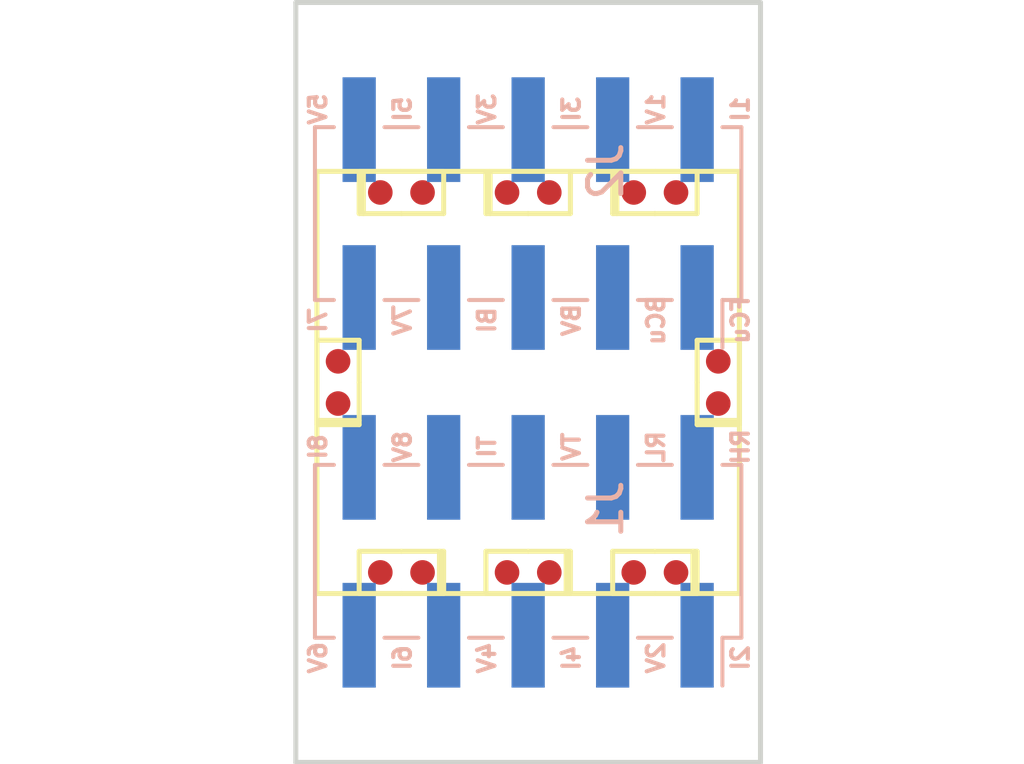
<source format=kicad_pcb>
(kicad_pcb (version 20171130) (host pcbnew "(6.0.0-rc1-dev-1063-g7b1049025)")

  (general
    (thickness 1.6)
    (drawings 32)
    (tracks 0)
    (zones 0)
    (modules 10)
    (nets 21)
  )

  (page A4)
  (layers
    (0 F.Cu signal)
    (31 B.Cu signal)
    (32 B.Adhes user)
    (33 F.Adhes user)
    (34 B.Paste user)
    (35 F.Paste user)
    (36 B.SilkS user hide)
    (37 F.SilkS user)
    (38 B.Mask user)
    (39 F.Mask user)
    (40 Dwgs.User user)
    (41 Cmts.User user)
    (42 Eco1.User user)
    (43 Eco2.User user)
    (44 Edge.Cuts user)
    (45 Margin user)
    (46 B.CrtYd user)
    (47 F.CrtYd user)
    (48 B.Fab user)
    (49 F.Fab user)
  )

  (setup
    (last_trace_width 0.25)
    (user_trace_width 0.2)
    (user_trace_width 0.56)
    (trace_clearance 0.153)
    (zone_clearance 0.2)
    (zone_45_only no)
    (trace_min 0.2)
    (via_size 0.6)
    (via_drill 0.4)
    (via_min_size 0.4)
    (via_min_drill 0.3)
    (uvia_size 0.3)
    (uvia_drill 0.1)
    (uvias_allowed no)
    (uvia_min_size 0.2)
    (uvia_min_drill 0.1)
    (edge_width 0.15)
    (segment_width 0.2)
    (pcb_text_width 0.3)
    (pcb_text_size 1.5 1.5)
    (mod_edge_width 0.15)
    (mod_text_size 1 1)
    (mod_text_width 0.15)
    (pad_size 2 2)
    (pad_drill 1.6)
    (pad_to_mask_clearance 0.2)
    (solder_mask_min_width 0.25)
    (aux_axis_origin 0 0)
    (visible_elements FFFFFF7F)
    (pcbplotparams
      (layerselection 0x010fc_ffffffff)
      (usegerberextensions true)
      (usegerberattributes true)
      (usegerberadvancedattributes true)
      (creategerberjobfile false)
      (excludeedgelayer true)
      (linewidth 0.150000)
      (plotframeref false)
      (viasonmask false)
      (mode 1)
      (useauxorigin true)
      (hpglpennumber 1)
      (hpglpenspeed 20)
      (hpglpendiameter 15.000000)
      (psnegative false)
      (psa4output false)
      (plotreference true)
      (plotvalue true)
      (plotinvisibletext false)
      (padsonsilk false)
      (subtractmaskfromsilk false)
      (outputformat 1)
      (mirror false)
      (drillshape 0)
      (scaleselection 1)
      (outputdirectory "output/"))
  )

  (net 0 "")
  (net 1 /I2)
  (net 2 /V2)
  (net 3 /I4)
  (net 4 /VT)
  (net 5 /V4)
  (net 6 /IT)
  (net 7 /I6)
  (net 8 /I1)
  (net 9 /V1)
  (net 10 /I3)
  (net 11 /V3)
  (net 12 /I5)
  (net 13 /RH)
  (net 14 /RL)
  (net 15 /VB)
  (net 16 /IB)
  (net 17 /FCu)
  (net 18 /BCu)
  (net 19 "Net-(J1-Pad10)")
  (net 20 "Net-(J2-Pad9)")

  (net_class Default "This is the default net class."
    (clearance 0.153)
    (trace_width 0.25)
    (via_dia 0.6)
    (via_drill 0.4)
    (uvia_dia 0.3)
    (uvia_drill 0.1)
    (add_net /BCu)
    (add_net /FCu)
    (add_net /I1)
    (add_net /I2)
    (add_net /I3)
    (add_net /I4)
    (add_net /I5)
    (add_net /I6)
    (add_net /IB)
    (add_net /IT)
    (add_net /RH)
    (add_net /RL)
    (add_net /V1)
    (add_net /V2)
    (add_net /V3)
    (add_net /V4)
    (add_net /VB)
    (add_net /VT)
    (add_net "Net-(J1-Pad10)")
    (add_net "Net-(J2-Pad9)")
  )

  (module myParts:854-22-002-30-001101 (layer F.Cu) (tedit 5BD8D89C) (tstamp 5BD928E9)
    (at -3.175 5.715 180)
    (descr ${KIPRJMOD}/../datasheets/mill-max-spring-pin.pdf)
    (attr smd)
    (fp_text reference REF** (at 0.25 -2.5 180) (layer F.SilkS) hide
      (effects (font (size 1 1) (thickness 0.15)))
    )
    (fp_text value 854-22-002-30-001101 (at 1.524 2.54 180) (layer F.Fab)
      (effects (font (size 1 1) (thickness 0.15)))
    )
    (fp_line (start 2.54 1.27) (end -1.27 1.27) (layer F.CrtYd) (width 0.05))
    (fp_line (start -1.27 -1.27) (end 2.54 -1.27) (layer F.CrtYd) (width 0.05))
    (fp_line (start 2.54 1.27) (end 2.54 -1.27) (layer F.CrtYd) (width 0.05))
    (fp_line (start -1.27 1.27) (end -1.27 -1.27) (layer F.CrtYd) (width 0.05))
    (fp_line (start -0.508 -0.635) (end -0.508 0.635) (layer F.SilkS) (width 0.15))
    (fp_line (start 0.635 -0.635) (end 1.905 -0.635) (layer F.SilkS) (width 0.15))
    (fp_line (start 1.905 -0.635) (end 1.905 0.635) (layer F.SilkS) (width 0.15))
    (fp_line (start 1.905 0.635) (end 0.635 0.635) (layer F.SilkS) (width 0.15))
    (fp_line (start -0.635 -0.635) (end -0.635 0.635) (layer F.SilkS) (width 0.15))
    (fp_line (start -0.635 0.635) (end 0.635 0.635) (layer F.SilkS) (width 0.15))
    (fp_line (start 0.635 -0.635) (end -0.635 -0.635) (layer F.SilkS) (width 0.15))
    (pad 1 smd circle (at 0 0 180) (size 0.74 0.74) (layers F.Cu F.Paste F.Mask))
    (pad 2 smd circle (at 1.27 0 180) (size 0.74 0.74) (layers F.Cu F.Paste F.Mask))
    (model ${KIPRJMOD}/sharedLibs/myparts.3dshapes/mill-max-854-22-002-30-001101.wrl
      (offset (xyz -0.83 -1.1 4.62))
      (scale (xyz 393.7008 393.7008 393.7008))
      (rotate (xyz -90 0 0))
    )
  )

  (module myParts:854-22-002-30-001101 (layer F.Cu) (tedit 5BD8D89C) (tstamp 5BD928C9)
    (at 0.635 5.715 180)
    (descr ${KIPRJMOD}/../datasheets/mill-max-spring-pin.pdf)
    (attr smd)
    (fp_text reference REF** (at 0.25 -2.5 180) (layer F.SilkS) hide
      (effects (font (size 1 1) (thickness 0.15)))
    )
    (fp_text value 854-22-002-30-001101 (at 1.524 2.54 180) (layer F.Fab)
      (effects (font (size 1 1) (thickness 0.15)))
    )
    (fp_line (start 0.635 -0.635) (end -0.635 -0.635) (layer F.SilkS) (width 0.15))
    (fp_line (start -0.635 0.635) (end 0.635 0.635) (layer F.SilkS) (width 0.15))
    (fp_line (start -0.635 -0.635) (end -0.635 0.635) (layer F.SilkS) (width 0.15))
    (fp_line (start 1.905 0.635) (end 0.635 0.635) (layer F.SilkS) (width 0.15))
    (fp_line (start 1.905 -0.635) (end 1.905 0.635) (layer F.SilkS) (width 0.15))
    (fp_line (start 0.635 -0.635) (end 1.905 -0.635) (layer F.SilkS) (width 0.15))
    (fp_line (start -0.508 -0.635) (end -0.508 0.635) (layer F.SilkS) (width 0.15))
    (fp_line (start -1.27 1.27) (end -1.27 -1.27) (layer F.CrtYd) (width 0.05))
    (fp_line (start 2.54 1.27) (end 2.54 -1.27) (layer F.CrtYd) (width 0.05))
    (fp_line (start -1.27 -1.27) (end 2.54 -1.27) (layer F.CrtYd) (width 0.05))
    (fp_line (start 2.54 1.27) (end -1.27 1.27) (layer F.CrtYd) (width 0.05))
    (pad 2 smd circle (at 1.27 0 180) (size 0.74 0.74) (layers F.Cu F.Paste F.Mask))
    (pad 1 smd circle (at 0 0 180) (size 0.74 0.74) (layers F.Cu F.Paste F.Mask))
    (model ${KIPRJMOD}/sharedLibs/myparts.3dshapes/mill-max-854-22-002-30-001101.wrl
      (offset (xyz -0.83 -1.1 4.62))
      (scale (xyz 393.7008 393.7008 393.7008))
      (rotate (xyz -90 0 0))
    )
  )

  (module myParts:854-22-002-30-001101 (layer F.Cu) (tedit 5BD8D89C) (tstamp 5BD928A9)
    (at 4.445 5.715 180)
    (descr ${KIPRJMOD}/../datasheets/mill-max-spring-pin.pdf)
    (attr smd)
    (fp_text reference REF** (at 0.25 -2.5 180) (layer F.SilkS) hide
      (effects (font (size 1 1) (thickness 0.15)))
    )
    (fp_text value 854-22-002-30-001101 (at 1.524 2.54 180) (layer F.Fab)
      (effects (font (size 1 1) (thickness 0.15)))
    )
    (fp_line (start 2.54 1.27) (end -1.27 1.27) (layer F.CrtYd) (width 0.05))
    (fp_line (start -1.27 -1.27) (end 2.54 -1.27) (layer F.CrtYd) (width 0.05))
    (fp_line (start 2.54 1.27) (end 2.54 -1.27) (layer F.CrtYd) (width 0.05))
    (fp_line (start -1.27 1.27) (end -1.27 -1.27) (layer F.CrtYd) (width 0.05))
    (fp_line (start -0.508 -0.635) (end -0.508 0.635) (layer F.SilkS) (width 0.15))
    (fp_line (start 0.635 -0.635) (end 1.905 -0.635) (layer F.SilkS) (width 0.15))
    (fp_line (start 1.905 -0.635) (end 1.905 0.635) (layer F.SilkS) (width 0.15))
    (fp_line (start 1.905 0.635) (end 0.635 0.635) (layer F.SilkS) (width 0.15))
    (fp_line (start -0.635 -0.635) (end -0.635 0.635) (layer F.SilkS) (width 0.15))
    (fp_line (start -0.635 0.635) (end 0.635 0.635) (layer F.SilkS) (width 0.15))
    (fp_line (start 0.635 -0.635) (end -0.635 -0.635) (layer F.SilkS) (width 0.15))
    (pad 1 smd circle (at 0 0 180) (size 0.74 0.74) (layers F.Cu F.Paste F.Mask))
    (pad 2 smd circle (at 1.27 0 180) (size 0.74 0.74) (layers F.Cu F.Paste F.Mask))
    (model ${KIPRJMOD}/sharedLibs/myparts.3dshapes/mill-max-854-22-002-30-001101.wrl
      (offset (xyz -0.83 -1.1 4.62))
      (scale (xyz 393.7008 393.7008 393.7008))
      (rotate (xyz -90 0 0))
    )
  )

  (module myParts:854-22-002-30-001101 (layer F.Cu) (tedit 5BD8D89C) (tstamp 5BD92889)
    (at 5.715 0.635 90)
    (descr ${KIPRJMOD}/../datasheets/mill-max-spring-pin.pdf)
    (attr smd)
    (fp_text reference REF** (at 0.25 -2.5 90) (layer F.SilkS) hide
      (effects (font (size 1 1) (thickness 0.15)))
    )
    (fp_text value 854-22-002-30-001101 (at 1.524 2.54 90) (layer F.Fab)
      (effects (font (size 1 1) (thickness 0.15)))
    )
    (fp_line (start 0.635 -0.635) (end -0.635 -0.635) (layer F.SilkS) (width 0.15))
    (fp_line (start -0.635 0.635) (end 0.635 0.635) (layer F.SilkS) (width 0.15))
    (fp_line (start -0.635 -0.635) (end -0.635 0.635) (layer F.SilkS) (width 0.15))
    (fp_line (start 1.905 0.635) (end 0.635 0.635) (layer F.SilkS) (width 0.15))
    (fp_line (start 1.905 -0.635) (end 1.905 0.635) (layer F.SilkS) (width 0.15))
    (fp_line (start 0.635 -0.635) (end 1.905 -0.635) (layer F.SilkS) (width 0.15))
    (fp_line (start -0.508 -0.635) (end -0.508 0.635) (layer F.SilkS) (width 0.15))
    (fp_line (start -1.27 1.27) (end -1.27 -1.27) (layer F.CrtYd) (width 0.05))
    (fp_line (start 2.54 1.27) (end 2.54 -1.27) (layer F.CrtYd) (width 0.05))
    (fp_line (start -1.27 -1.27) (end 2.54 -1.27) (layer F.CrtYd) (width 0.05))
    (fp_line (start 2.54 1.27) (end -1.27 1.27) (layer F.CrtYd) (width 0.05))
    (pad 2 smd circle (at 1.27 0 90) (size 0.74 0.74) (layers F.Cu F.Paste F.Mask))
    (pad 1 smd circle (at 0 0 90) (size 0.74 0.74) (layers F.Cu F.Paste F.Mask))
    (model ${KIPRJMOD}/sharedLibs/myparts.3dshapes/mill-max-854-22-002-30-001101.wrl
      (offset (xyz -0.83 -1.1 4.62))
      (scale (xyz 393.7008 393.7008 393.7008))
      (rotate (xyz -90 0 0))
    )
  )

  (module myParts:854-22-002-30-001101 (layer F.Cu) (tedit 5BD8D89C) (tstamp 5BD92869)
    (at -5.715 0.635 90)
    (descr ${KIPRJMOD}/../datasheets/mill-max-spring-pin.pdf)
    (attr smd)
    (fp_text reference REF** (at 0.25 -2.5 90) (layer F.SilkS) hide
      (effects (font (size 1 1) (thickness 0.15)))
    )
    (fp_text value 854-22-002-30-001101 (at 1.524 2.54 90) (layer F.Fab)
      (effects (font (size 1 1) (thickness 0.15)))
    )
    (fp_line (start 2.54 1.27) (end -1.27 1.27) (layer F.CrtYd) (width 0.05))
    (fp_line (start -1.27 -1.27) (end 2.54 -1.27) (layer F.CrtYd) (width 0.05))
    (fp_line (start 2.54 1.27) (end 2.54 -1.27) (layer F.CrtYd) (width 0.05))
    (fp_line (start -1.27 1.27) (end -1.27 -1.27) (layer F.CrtYd) (width 0.05))
    (fp_line (start -0.508 -0.635) (end -0.508 0.635) (layer F.SilkS) (width 0.15))
    (fp_line (start 0.635 -0.635) (end 1.905 -0.635) (layer F.SilkS) (width 0.15))
    (fp_line (start 1.905 -0.635) (end 1.905 0.635) (layer F.SilkS) (width 0.15))
    (fp_line (start 1.905 0.635) (end 0.635 0.635) (layer F.SilkS) (width 0.15))
    (fp_line (start -0.635 -0.635) (end -0.635 0.635) (layer F.SilkS) (width 0.15))
    (fp_line (start -0.635 0.635) (end 0.635 0.635) (layer F.SilkS) (width 0.15))
    (fp_line (start 0.635 -0.635) (end -0.635 -0.635) (layer F.SilkS) (width 0.15))
    (pad 1 smd circle (at 0 0 90) (size 0.74 0.74) (layers F.Cu F.Paste F.Mask))
    (pad 2 smd circle (at 1.27 0 90) (size 0.74 0.74) (layers F.Cu F.Paste F.Mask))
    (model ${KIPRJMOD}/sharedLibs/myparts.3dshapes/mill-max-854-22-002-30-001101.wrl
      (offset (xyz -0.83 -1.1 4.62))
      (scale (xyz 393.7008 393.7008 393.7008))
      (rotate (xyz -90 0 0))
    )
  )

  (module myParts:854-22-002-30-001101 (layer F.Cu) (tedit 5BD8D89C) (tstamp 5BD92849)
    (at -4.445 -5.715)
    (descr ${KIPRJMOD}/../datasheets/mill-max-spring-pin.pdf)
    (attr smd)
    (fp_text reference REF** (at 0.25 -2.5) (layer F.SilkS) hide
      (effects (font (size 1 1) (thickness 0.15)))
    )
    (fp_text value 854-22-002-30-001101 (at 1.524 2.54) (layer F.Fab)
      (effects (font (size 1 1) (thickness 0.15)))
    )
    (fp_line (start 0.635 -0.635) (end -0.635 -0.635) (layer F.SilkS) (width 0.15))
    (fp_line (start -0.635 0.635) (end 0.635 0.635) (layer F.SilkS) (width 0.15))
    (fp_line (start -0.635 -0.635) (end -0.635 0.635) (layer F.SilkS) (width 0.15))
    (fp_line (start 1.905 0.635) (end 0.635 0.635) (layer F.SilkS) (width 0.15))
    (fp_line (start 1.905 -0.635) (end 1.905 0.635) (layer F.SilkS) (width 0.15))
    (fp_line (start 0.635 -0.635) (end 1.905 -0.635) (layer F.SilkS) (width 0.15))
    (fp_line (start -0.508 -0.635) (end -0.508 0.635) (layer F.SilkS) (width 0.15))
    (fp_line (start -1.27 1.27) (end -1.27 -1.27) (layer F.CrtYd) (width 0.05))
    (fp_line (start 2.54 1.27) (end 2.54 -1.27) (layer F.CrtYd) (width 0.05))
    (fp_line (start -1.27 -1.27) (end 2.54 -1.27) (layer F.CrtYd) (width 0.05))
    (fp_line (start 2.54 1.27) (end -1.27 1.27) (layer F.CrtYd) (width 0.05))
    (pad 2 smd circle (at 1.27 0) (size 0.74 0.74) (layers F.Cu F.Paste F.Mask))
    (pad 1 smd circle (at 0 0) (size 0.74 0.74) (layers F.Cu F.Paste F.Mask))
    (model ${KIPRJMOD}/sharedLibs/myparts.3dshapes/mill-max-854-22-002-30-001101.wrl
      (offset (xyz -0.83 -1.1 4.62))
      (scale (xyz 393.7008 393.7008 393.7008))
      (rotate (xyz -90 0 0))
    )
  )

  (module myParts:854-22-002-30-001101 (layer F.Cu) (tedit 5BD8D89C) (tstamp 5BD92829)
    (at 3.175 -5.715)
    (descr ${KIPRJMOD}/../datasheets/mill-max-spring-pin.pdf)
    (attr smd)
    (fp_text reference REF** (at 0.25 -2.5) (layer F.SilkS) hide
      (effects (font (size 1 1) (thickness 0.15)))
    )
    (fp_text value 854-22-002-30-001101 (at 1.524 2.54) (layer F.Fab)
      (effects (font (size 1 1) (thickness 0.15)))
    )
    (fp_line (start 2.54 1.27) (end -1.27 1.27) (layer F.CrtYd) (width 0.05))
    (fp_line (start -1.27 -1.27) (end 2.54 -1.27) (layer F.CrtYd) (width 0.05))
    (fp_line (start 2.54 1.27) (end 2.54 -1.27) (layer F.CrtYd) (width 0.05))
    (fp_line (start -1.27 1.27) (end -1.27 -1.27) (layer F.CrtYd) (width 0.05))
    (fp_line (start -0.508 -0.635) (end -0.508 0.635) (layer F.SilkS) (width 0.15))
    (fp_line (start 0.635 -0.635) (end 1.905 -0.635) (layer F.SilkS) (width 0.15))
    (fp_line (start 1.905 -0.635) (end 1.905 0.635) (layer F.SilkS) (width 0.15))
    (fp_line (start 1.905 0.635) (end 0.635 0.635) (layer F.SilkS) (width 0.15))
    (fp_line (start -0.635 -0.635) (end -0.635 0.635) (layer F.SilkS) (width 0.15))
    (fp_line (start -0.635 0.635) (end 0.635 0.635) (layer F.SilkS) (width 0.15))
    (fp_line (start 0.635 -0.635) (end -0.635 -0.635) (layer F.SilkS) (width 0.15))
    (pad 1 smd circle (at 0 0) (size 0.74 0.74) (layers F.Cu F.Paste F.Mask))
    (pad 2 smd circle (at 1.27 0) (size 0.74 0.74) (layers F.Cu F.Paste F.Mask))
    (model ${KIPRJMOD}/sharedLibs/myparts.3dshapes/mill-max-854-22-002-30-001101.wrl
      (offset (xyz -0.83 -1.1 4.62))
      (scale (xyz 393.7008 393.7008 393.7008))
      (rotate (xyz -90 0 0))
    )
  )

  (module Connector_PinHeader_2.54mm:PinHeader_2x05_P2.54mm_Vertical_SMD (layer B.Cu) (tedit 59FED5CC) (tstamp 5AEB959B)
    (at 0 5.08 90)
    (descr "surface-mounted straight pin header, 2x05, 2.54mm pitch, double rows")
    (tags "Surface mounted pin header SMD 2x05 2.54mm double row")
    (path /599DB107)
    (attr smd)
    (fp_text reference J1 (at 1.27 2.33 90) (layer B.SilkS)
      (effects (font (size 1 1) (thickness 0.15)) (justify mirror))
    )
    (fp_text value CONN_02X06 (at 1.27 -15.03 90) (layer B.Fab)
      (effects (font (size 1 1) (thickness 0.15)) (justify mirror))
    )
    (fp_text user %R (at 1.27 -6.35) (layer B.Fab)
      (effects (font (size 1 1) (thickness 0.15)) (justify mirror))
    )
    (fp_line (start 5.9 6.85) (end -5.9 6.85) (layer B.CrtYd) (width 0.05))
    (fp_line (start 5.9 -6.85) (end 5.9 6.85) (layer B.CrtYd) (width 0.05))
    (fp_line (start -5.9 -6.85) (end 5.9 -6.85) (layer B.CrtYd) (width 0.05))
    (fp_line (start -5.9 6.85) (end -5.9 -6.85) (layer B.CrtYd) (width 0.05))
    (fp_line (start 2.6 -3.3) (end 2.6 -4.32) (layer B.SilkS) (width 0.12))
    (fp_line (start -2.6 -3.3) (end -2.6 -4.32) (layer B.SilkS) (width 0.12))
    (fp_line (start 2.6 -0.76) (end 2.6 -1.78) (layer B.SilkS) (width 0.12))
    (fp_line (start -2.6 -0.76) (end -2.6 -1.78) (layer B.SilkS) (width 0.12))
    (fp_line (start 2.6 1.78) (end 2.6 0.76) (layer B.SilkS) (width 0.12))
    (fp_line (start -2.6 1.78) (end -2.6 0.76) (layer B.SilkS) (width 0.12))
    (fp_line (start 2.6 4.32) (end 2.6 3.3) (layer B.SilkS) (width 0.12))
    (fp_line (start -2.6 4.32) (end -2.6 3.3) (layer B.SilkS) (width 0.12))
    (fp_line (start 2.6 -5.84) (end 2.6 -6.41) (layer B.SilkS) (width 0.12))
    (fp_line (start -2.6 -5.84) (end -2.6 -6.41) (layer B.SilkS) (width 0.12))
    (fp_line (start 2.6 6.41) (end 2.6 5.84) (layer B.SilkS) (width 0.12))
    (fp_line (start -2.6 6.41) (end -2.6 5.84) (layer B.SilkS) (width 0.12))
    (fp_line (start -4.04 5.84) (end -2.6 5.84) (layer B.SilkS) (width 0.12))
    (fp_line (start -2.6 -6.41) (end 2.6 -6.41) (layer B.SilkS) (width 0.12))
    (fp_line (start -2.6 6.41) (end 2.6 6.41) (layer B.SilkS) (width 0.12))
    (fp_line (start 3.6 -5.4) (end 2.54 -5.4) (layer B.Fab) (width 0.1))
    (fp_line (start 3.6 -4.76) (end 3.6 -5.4) (layer B.Fab) (width 0.1))
    (fp_line (start 2.54 -4.76) (end 3.6 -4.76) (layer B.Fab) (width 0.1))
    (fp_line (start -3.6 -5.4) (end -2.54 -5.4) (layer B.Fab) (width 0.1))
    (fp_line (start -3.6 -4.76) (end -3.6 -5.4) (layer B.Fab) (width 0.1))
    (fp_line (start -2.54 -4.76) (end -3.6 -4.76) (layer B.Fab) (width 0.1))
    (fp_line (start 3.6 -2.86) (end 2.54 -2.86) (layer B.Fab) (width 0.1))
    (fp_line (start 3.6 -2.22) (end 3.6 -2.86) (layer B.Fab) (width 0.1))
    (fp_line (start 2.54 -2.22) (end 3.6 -2.22) (layer B.Fab) (width 0.1))
    (fp_line (start -3.6 -2.86) (end -2.54 -2.86) (layer B.Fab) (width 0.1))
    (fp_line (start -3.6 -2.22) (end -3.6 -2.86) (layer B.Fab) (width 0.1))
    (fp_line (start -2.54 -2.22) (end -3.6 -2.22) (layer B.Fab) (width 0.1))
    (fp_line (start 3.6 -0.32) (end 2.54 -0.32) (layer B.Fab) (width 0.1))
    (fp_line (start 3.6 0.32) (end 3.6 -0.32) (layer B.Fab) (width 0.1))
    (fp_line (start 2.54 0.32) (end 3.6 0.32) (layer B.Fab) (width 0.1))
    (fp_line (start -3.6 -0.32) (end -2.54 -0.32) (layer B.Fab) (width 0.1))
    (fp_line (start -3.6 0.32) (end -3.6 -0.32) (layer B.Fab) (width 0.1))
    (fp_line (start -2.54 0.32) (end -3.6 0.32) (layer B.Fab) (width 0.1))
    (fp_line (start 3.6 2.22) (end 2.54 2.22) (layer B.Fab) (width 0.1))
    (fp_line (start 3.6 2.86) (end 3.6 2.22) (layer B.Fab) (width 0.1))
    (fp_line (start 2.54 2.86) (end 3.6 2.86) (layer B.Fab) (width 0.1))
    (fp_line (start -3.6 2.22) (end -2.54 2.22) (layer B.Fab) (width 0.1))
    (fp_line (start -3.6 2.86) (end -3.6 2.22) (layer B.Fab) (width 0.1))
    (fp_line (start -2.54 2.86) (end -3.6 2.86) (layer B.Fab) (width 0.1))
    (fp_line (start 3.6 4.76) (end 2.54 4.76) (layer B.Fab) (width 0.1))
    (fp_line (start 3.6 5.4) (end 3.6 4.76) (layer B.Fab) (width 0.1))
    (fp_line (start 2.54 5.4) (end 3.6 5.4) (layer B.Fab) (width 0.1))
    (fp_line (start -3.6 4.76) (end -2.54 4.76) (layer B.Fab) (width 0.1))
    (fp_line (start -3.6 5.4) (end -3.6 4.76) (layer B.Fab) (width 0.1))
    (fp_line (start -2.54 5.4) (end -3.6 5.4) (layer B.Fab) (width 0.1))
    (fp_line (start 2.54 6.35) (end 2.54 -6.35) (layer B.Fab) (width 0.1))
    (fp_line (start -2.54 5.4) (end -1.59 6.35) (layer B.Fab) (width 0.1))
    (fp_line (start -2.54 -6.35) (end -2.54 5.4) (layer B.Fab) (width 0.1))
    (fp_line (start -1.59 6.35) (end 2.54 6.35) (layer B.Fab) (width 0.1))
    (fp_line (start 2.54 -6.35) (end -2.54 -6.35) (layer B.Fab) (width 0.1))
    (pad 10 smd rect (at 2.525 -5.08 90) (size 3.15 1) (layers B.Cu B.Paste B.Mask)
      (net 19 "Net-(J1-Pad10)"))
    (pad 9 smd rect (at -2.525 -5.08 90) (size 3.15 1) (layers B.Cu B.Paste B.Mask)
      (net 7 /I6))
    (pad 8 smd rect (at 2.525 -2.54 90) (size 3.15 1) (layers B.Cu B.Paste B.Mask)
      (net 6 /IT))
    (pad 7 smd rect (at -2.525 -2.54 90) (size 3.15 1) (layers B.Cu B.Paste B.Mask)
      (net 5 /V4))
    (pad 6 smd rect (at 2.525 0 90) (size 3.15 1) (layers B.Cu B.Paste B.Mask)
      (net 4 /VT))
    (pad 5 smd rect (at -2.525 0 90) (size 3.15 1) (layers B.Cu B.Paste B.Mask)
      (net 3 /I4))
    (pad 4 smd rect (at 2.525 2.54 90) (size 3.15 1) (layers B.Cu B.Paste B.Mask)
      (net 14 /RL))
    (pad 3 smd rect (at -2.525 2.54 90) (size 3.15 1) (layers B.Cu B.Paste B.Mask)
      (net 2 /V2))
    (pad 2 smd rect (at 2.525 5.08 90) (size 3.15 1) (layers B.Cu B.Paste B.Mask)
      (net 13 /RH))
    (pad 1 smd rect (at -2.525 5.08 90) (size 3.15 1) (layers B.Cu B.Paste B.Mask)
      (net 1 /I2))
    (model ${KISYS3DMOD}/Connector_PinHeader_2.54mm.3dshapes/PinHeader_2x05_P2.54mm_Vertical_SMD.wrl
      (at (xyz 0 0 0))
      (scale (xyz 1 1 1))
      (rotate (xyz 0 0 0))
    )
  )

  (module Connector_PinHeader_2.54mm:PinHeader_2x05_P2.54mm_Vertical_SMD (layer B.Cu) (tedit 59FED5CC) (tstamp 5AEB95BC)
    (at 0 -5.08 90)
    (descr "surface-mounted straight pin header, 2x05, 2.54mm pitch, double rows")
    (tags "Surface mounted pin header SMD 2x05 2.54mm double row")
    (path /599DB1BB)
    (attr smd)
    (fp_text reference J2 (at 1.27 2.33 90) (layer B.SilkS)
      (effects (font (size 1 1) (thickness 0.15)) (justify mirror))
    )
    (fp_text value CONN_02X06 (at 1.27 -15.03 90) (layer B.Fab)
      (effects (font (size 1 1) (thickness 0.15)) (justify mirror))
    )
    (fp_text user %R (at 1.27 -6.35) (layer B.Fab)
      (effects (font (size 1 1) (thickness 0.15)) (justify mirror))
    )
    (fp_line (start 5.9 6.85) (end -5.9 6.85) (layer B.CrtYd) (width 0.05))
    (fp_line (start 5.9 -6.85) (end 5.9 6.85) (layer B.CrtYd) (width 0.05))
    (fp_line (start -5.9 -6.85) (end 5.9 -6.85) (layer B.CrtYd) (width 0.05))
    (fp_line (start -5.9 6.85) (end -5.9 -6.85) (layer B.CrtYd) (width 0.05))
    (fp_line (start 2.6 -3.3) (end 2.6 -4.32) (layer B.SilkS) (width 0.12))
    (fp_line (start -2.6 -3.3) (end -2.6 -4.32) (layer B.SilkS) (width 0.12))
    (fp_line (start 2.6 -0.76) (end 2.6 -1.78) (layer B.SilkS) (width 0.12))
    (fp_line (start -2.6 -0.76) (end -2.6 -1.78) (layer B.SilkS) (width 0.12))
    (fp_line (start 2.6 1.78) (end 2.6 0.76) (layer B.SilkS) (width 0.12))
    (fp_line (start -2.6 1.78) (end -2.6 0.76) (layer B.SilkS) (width 0.12))
    (fp_line (start 2.6 4.32) (end 2.6 3.3) (layer B.SilkS) (width 0.12))
    (fp_line (start -2.6 4.32) (end -2.6 3.3) (layer B.SilkS) (width 0.12))
    (fp_line (start 2.6 -5.84) (end 2.6 -6.41) (layer B.SilkS) (width 0.12))
    (fp_line (start -2.6 -5.84) (end -2.6 -6.41) (layer B.SilkS) (width 0.12))
    (fp_line (start 2.6 6.41) (end 2.6 5.84) (layer B.SilkS) (width 0.12))
    (fp_line (start -2.6 6.41) (end -2.6 5.84) (layer B.SilkS) (width 0.12))
    (fp_line (start -4.04 5.84) (end -2.6 5.84) (layer B.SilkS) (width 0.12))
    (fp_line (start -2.6 -6.41) (end 2.6 -6.41) (layer B.SilkS) (width 0.12))
    (fp_line (start -2.6 6.41) (end 2.6 6.41) (layer B.SilkS) (width 0.12))
    (fp_line (start 3.6 -5.4) (end 2.54 -5.4) (layer B.Fab) (width 0.1))
    (fp_line (start 3.6 -4.76) (end 3.6 -5.4) (layer B.Fab) (width 0.1))
    (fp_line (start 2.54 -4.76) (end 3.6 -4.76) (layer B.Fab) (width 0.1))
    (fp_line (start -3.6 -5.4) (end -2.54 -5.4) (layer B.Fab) (width 0.1))
    (fp_line (start -3.6 -4.76) (end -3.6 -5.4) (layer B.Fab) (width 0.1))
    (fp_line (start -2.54 -4.76) (end -3.6 -4.76) (layer B.Fab) (width 0.1))
    (fp_line (start 3.6 -2.86) (end 2.54 -2.86) (layer B.Fab) (width 0.1))
    (fp_line (start 3.6 -2.22) (end 3.6 -2.86) (layer B.Fab) (width 0.1))
    (fp_line (start 2.54 -2.22) (end 3.6 -2.22) (layer B.Fab) (width 0.1))
    (fp_line (start -3.6 -2.86) (end -2.54 -2.86) (layer B.Fab) (width 0.1))
    (fp_line (start -3.6 -2.22) (end -3.6 -2.86) (layer B.Fab) (width 0.1))
    (fp_line (start -2.54 -2.22) (end -3.6 -2.22) (layer B.Fab) (width 0.1))
    (fp_line (start 3.6 -0.32) (end 2.54 -0.32) (layer B.Fab) (width 0.1))
    (fp_line (start 3.6 0.32) (end 3.6 -0.32) (layer B.Fab) (width 0.1))
    (fp_line (start 2.54 0.32) (end 3.6 0.32) (layer B.Fab) (width 0.1))
    (fp_line (start -3.6 -0.32) (end -2.54 -0.32) (layer B.Fab) (width 0.1))
    (fp_line (start -3.6 0.32) (end -3.6 -0.32) (layer B.Fab) (width 0.1))
    (fp_line (start -2.54 0.32) (end -3.6 0.32) (layer B.Fab) (width 0.1))
    (fp_line (start 3.6 2.22) (end 2.54 2.22) (layer B.Fab) (width 0.1))
    (fp_line (start 3.6 2.86) (end 3.6 2.22) (layer B.Fab) (width 0.1))
    (fp_line (start 2.54 2.86) (end 3.6 2.86) (layer B.Fab) (width 0.1))
    (fp_line (start -3.6 2.22) (end -2.54 2.22) (layer B.Fab) (width 0.1))
    (fp_line (start -3.6 2.86) (end -3.6 2.22) (layer B.Fab) (width 0.1))
    (fp_line (start -2.54 2.86) (end -3.6 2.86) (layer B.Fab) (width 0.1))
    (fp_line (start 3.6 4.76) (end 2.54 4.76) (layer B.Fab) (width 0.1))
    (fp_line (start 3.6 5.4) (end 3.6 4.76) (layer B.Fab) (width 0.1))
    (fp_line (start 2.54 5.4) (end 3.6 5.4) (layer B.Fab) (width 0.1))
    (fp_line (start -3.6 4.76) (end -2.54 4.76) (layer B.Fab) (width 0.1))
    (fp_line (start -3.6 5.4) (end -3.6 4.76) (layer B.Fab) (width 0.1))
    (fp_line (start -2.54 5.4) (end -3.6 5.4) (layer B.Fab) (width 0.1))
    (fp_line (start 2.54 6.35) (end 2.54 -6.35) (layer B.Fab) (width 0.1))
    (fp_line (start -2.54 5.4) (end -1.59 6.35) (layer B.Fab) (width 0.1))
    (fp_line (start -2.54 -6.35) (end -2.54 5.4) (layer B.Fab) (width 0.1))
    (fp_line (start -1.59 6.35) (end 2.54 6.35) (layer B.Fab) (width 0.1))
    (fp_line (start 2.54 -6.35) (end -2.54 -6.35) (layer B.Fab) (width 0.1))
    (pad 10 smd rect (at 2.525 -5.08 90) (size 3.15 1) (layers B.Cu B.Paste B.Mask)
      (net 12 /I5))
    (pad 9 smd rect (at -2.525 -5.08 90) (size 3.15 1) (layers B.Cu B.Paste B.Mask)
      (net 20 "Net-(J2-Pad9)"))
    (pad 8 smd rect (at 2.525 -2.54 90) (size 3.15 1) (layers B.Cu B.Paste B.Mask)
      (net 11 /V3))
    (pad 7 smd rect (at -2.525 -2.54 90) (size 3.15 1) (layers B.Cu B.Paste B.Mask)
      (net 16 /IB))
    (pad 6 smd rect (at 2.525 0 90) (size 3.15 1) (layers B.Cu B.Paste B.Mask)
      (net 10 /I3))
    (pad 5 smd rect (at -2.525 0 90) (size 3.15 1) (layers B.Cu B.Paste B.Mask)
      (net 15 /VB))
    (pad 4 smd rect (at 2.525 2.54 90) (size 3.15 1) (layers B.Cu B.Paste B.Mask)
      (net 9 /V1))
    (pad 3 smd rect (at -2.525 2.54 90) (size 3.15 1) (layers B.Cu B.Paste B.Mask)
      (net 18 /BCu))
    (pad 2 smd rect (at 2.525 5.08 90) (size 3.15 1) (layers B.Cu B.Paste B.Mask)
      (net 8 /I1))
    (pad 1 smd rect (at -2.525 5.08 90) (size 3.15 1) (layers B.Cu B.Paste B.Mask)
      (net 17 /FCu))
    (model ${KISYS3DMOD}/Connector_PinHeader_2.54mm.3dshapes/PinHeader_2x05_P2.54mm_Vertical_SMD.wrl
      (at (xyz 0 0 0))
      (scale (xyz 1 1 1))
      (rotate (xyz 0 0 0))
    )
  )

  (module myParts:854-22-002-30-001101 (layer F.Cu) (tedit 5BD8D89C) (tstamp 5BD92807)
    (at -0.635 -5.715)
    (descr ${KIPRJMOD}/../datasheets/mill-max-spring-pin.pdf)
    (attr smd)
    (fp_text reference REF** (at 0.25 -2.5) (layer F.SilkS) hide
      (effects (font (size 1 1) (thickness 0.15)))
    )
    (fp_text value 854-22-002-30-001101 (at 1.524 2.54) (layer F.Fab)
      (effects (font (size 1 1) (thickness 0.15)))
    )
    (fp_line (start 0.635 -0.635) (end -0.635 -0.635) (layer F.SilkS) (width 0.15))
    (fp_line (start -0.635 0.635) (end 0.635 0.635) (layer F.SilkS) (width 0.15))
    (fp_line (start -0.635 -0.635) (end -0.635 0.635) (layer F.SilkS) (width 0.15))
    (fp_line (start 1.905 0.635) (end 0.635 0.635) (layer F.SilkS) (width 0.15))
    (fp_line (start 1.905 -0.635) (end 1.905 0.635) (layer F.SilkS) (width 0.15))
    (fp_line (start 0.635 -0.635) (end 1.905 -0.635) (layer F.SilkS) (width 0.15))
    (fp_line (start -0.508 -0.635) (end -0.508 0.635) (layer F.SilkS) (width 0.15))
    (fp_line (start -1.27 1.27) (end -1.27 -1.27) (layer F.CrtYd) (width 0.05))
    (fp_line (start 2.54 1.27) (end 2.54 -1.27) (layer F.CrtYd) (width 0.05))
    (fp_line (start -1.27 -1.27) (end 2.54 -1.27) (layer F.CrtYd) (width 0.05))
    (fp_line (start 2.54 1.27) (end -1.27 1.27) (layer F.CrtYd) (width 0.05))
    (pad 2 smd circle (at 1.27 0) (size 0.74 0.74) (layers F.Cu F.Paste F.Mask))
    (pad 1 smd circle (at 0 0) (size 0.74 0.74) (layers F.Cu F.Paste F.Mask))
    (model ${KIPRJMOD}/sharedLibs/myparts.3dshapes/mill-max-854-22-002-30-001101.wrl
      (offset (xyz -0.83 -1.1 4.62))
      (scale (xyz 393.7008 393.7008 393.7008))
      (rotate (xyz -90 0 0))
    )
  )

  (gr_text BCu (at 3.84 -1.875 90) (layer B.SilkS) (tstamp 599DC641)
    (effects (font (size 0.5 0.5) (thickness 0.125)) (justify mirror))
  )
  (gr_line (start 6.35 6.35) (end 6.35 -6.35) (layer F.SilkS) (width 0.15))
  (gr_line (start -6.35 6.35) (end 6.35 6.35) (layer F.SilkS) (width 0.15))
  (gr_line (start -6.35 -6.35) (end -6.35 6.35) (layer F.SilkS) (width 0.15))
  (gr_line (start 6.35 -6.35) (end -6.35 -6.35) (layer F.SilkS) (width 0.15))
  (gr_line (start 6.985 -11.43) (end 6.985 11.43) (layer Edge.Cuts) (width 0.15))
  (gr_text 4I (at 1.3 8.285 90) (layer B.SilkS) (tstamp 599ECEB4)
    (effects (font (size 0.5 0.5) (thickness 0.125)) (justify mirror))
  )
  (gr_text FCu (at 6.38 -1.875 90) (layer B.SilkS) (tstamp 599DC659)
    (effects (font (size 0.5 0.5) (thickness 0.125)) (justify mirror))
  )
  (gr_text 7I (at -6.32 -1.875 90) (layer B.SilkS) (tstamp 599DC657)
    (effects (font (size 0.5 0.5) (thickness 0.125)) (justify mirror))
  )
  (gr_text 5I (at -3.78 -8.225 90) (layer B.SilkS) (tstamp 599DC655)
    (effects (font (size 0.5 0.5) (thickness 0.125)) (justify mirror))
  )
  (gr_text 3I (at 1.3 -8.225 90) (layer B.SilkS) (tstamp 599DC651)
    (effects (font (size 0.5 0.5) (thickness 0.125)) (justify mirror))
  )
  (gr_text 1I (at 6.38 -8.225 90) (layer B.SilkS) (tstamp 599DC64F)
    (effects (font (size 0.5 0.5) (thickness 0.125)) (justify mirror))
  )
  (gr_text BI (at -1.24 -1.875 90) (layer B.SilkS) (tstamp 599DC64D)
    (effects (font (size 0.5 0.5) (thickness 0.125)) (justify mirror))
  )
  (gr_text BV (at 1.3 -1.875 90) (layer B.SilkS) (tstamp 599DC64B)
    (effects (font (size 0.5 0.5) (thickness 0.125)) (justify mirror))
  )
  (gr_text 1V (at 3.84 -8.225 90) (layer B.SilkS) (tstamp 599DC649)
    (effects (font (size 0.5 0.5) (thickness 0.125)) (justify mirror))
  )
  (gr_text 3V (at -1.24 -8.225 90) (layer B.SilkS) (tstamp 599DC647)
    (effects (font (size 0.5 0.5) (thickness 0.125)) (justify mirror))
  )
  (gr_text 5V (at -6.32 -8.225 90) (layer B.SilkS) (tstamp 599DC645)
    (effects (font (size 0.5 0.5) (thickness 0.125)) (justify mirror))
  )
  (gr_text 7V (at -3.78 -1.875 90) (layer B.SilkS) (tstamp 599DC643)
    (effects (font (size 0.5 0.5) (thickness 0.125)) (justify mirror))
  )
  (gr_text 8V (at -3.78 1.935 90) (layer B.SilkS) (tstamp 599DC63B)
    (effects (font (size 0.5 0.5) (thickness 0.125)) (justify mirror))
  )
  (gr_text 6V (at -6.32 8.285 90) (layer B.SilkS) (tstamp 599DC639)
    (effects (font (size 0.5 0.5) (thickness 0.125)) (justify mirror))
  )
  (gr_text 4V (at -1.24 8.285 90) (layer B.SilkS) (tstamp 599DC637)
    (effects (font (size 0.5 0.5) (thickness 0.125)) (justify mirror))
  )
  (gr_text 2V (at 3.84 8.285 90) (layer B.SilkS) (tstamp 599DC635)
    (effects (font (size 0.5 0.5) (thickness 0.125)) (justify mirror))
  )
  (gr_text RH (at 6.38 1.935 90) (layer B.SilkS) (tstamp 599DC633)
    (effects (font (size 0.5 0.5) (thickness 0.125)) (justify mirror))
  )
  (gr_text RL (at 3.84 1.935 90) (layer B.SilkS) (tstamp 599DC631)
    (effects (font (size 0.5 0.5) (thickness 0.125)) (justify mirror))
  )
  (gr_text 2I (at 6.38 8.285 90) (layer B.SilkS) (tstamp 599DC62F)
    (effects (font (size 0.5 0.5) (thickness 0.125)) (justify mirror))
  )
  (gr_text 6I (at -3.78 8.285 90) (layer B.SilkS) (tstamp 599DC62B)
    (effects (font (size 0.5 0.5) (thickness 0.125)) (justify mirror))
  )
  (gr_text 8I (at -6.32 1.935 90) (layer B.SilkS) (tstamp 599DC629)
    (effects (font (size 0.5 0.5) (thickness 0.125)) (justify mirror))
  )
  (gr_text TI (at -1.24 1.935 90) (layer B.SilkS) (tstamp 599DC627)
    (effects (font (size 0.5 0.5) (thickness 0.125)) (justify mirror))
  )
  (gr_text TV (at 1.3 1.935 90) (layer B.SilkS) (tstamp 599DC5DF)
    (effects (font (size 0.5 0.5) (thickness 0.125)) (justify mirror))
  )
  (gr_line (start -6.985 -11.43) (end 6.985 -11.43) (layer Edge.Cuts) (width 0.15))
  (gr_line (start -6.985 11.43) (end -6.985 -11.43) (layer Edge.Cuts) (width 0.15))
  (gr_line (start 6.985 11.43) (end -6.985 11.43) (layer Edge.Cuts) (width 0.15))

)

</source>
